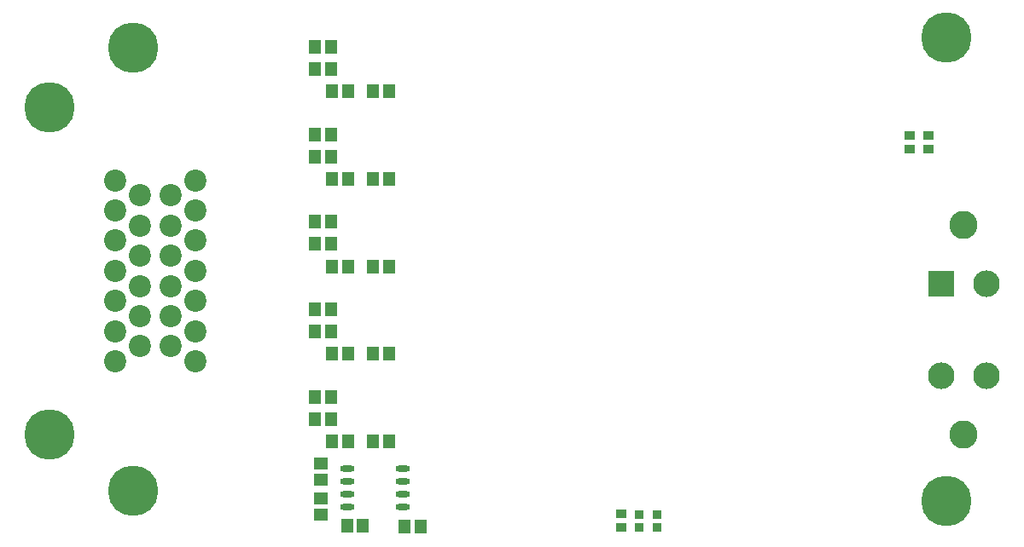
<source format=gbr>
%TF.GenerationSoftware,Altium Limited,Altium Designer,18.1.9 (240)*%
G04 Layer_Color=255*
%FSLAX26Y26*%
%MOIN*%
%TF.FileFunction,Pads,Bot*%
%TF.Part,Single*%
G01*
G75*
%TA.AperFunction,SMDPad,CuDef*%
%ADD12R,0.051181X0.055118*%
%ADD13R,0.039370X0.035433*%
%ADD27O,0.057087X0.023622*%
%ADD28R,0.055118X0.051181*%
%TA.AperFunction,ViaPad*%
%ADD42C,0.196850*%
%TA.AperFunction,ComponentPad*%
%ADD43C,0.103937*%
%ADD44C,0.110236*%
%ADD45R,0.103937X0.103937*%
%ADD46C,0.196850*%
%ADD47C,0.086614*%
%TA.AperFunction,SMDPad,CuDef*%
%ADD50R,0.037402X0.033465*%
D12*
X4125983Y5646005D02*
D03*
X4188975D02*
D03*
X4125983Y5559223D02*
D03*
X4188975D02*
D03*
X4194881Y5472441D02*
D03*
X4257873D02*
D03*
X4125983Y5303485D02*
D03*
X4188975D02*
D03*
X4125983Y5216703D02*
D03*
X4188975D02*
D03*
X4194883Y5129921D02*
D03*
X4257875D02*
D03*
X4125983Y4960966D02*
D03*
X4188977D02*
D03*
X4125985Y4874184D02*
D03*
X4188977D02*
D03*
X4314961Y4456693D02*
D03*
X4251968D02*
D03*
X4194881Y4787401D02*
D03*
X4257873D02*
D03*
X4539370Y4452756D02*
D03*
X4476378D02*
D03*
X4352363Y4787401D02*
D03*
X4415355D02*
D03*
X4352363Y5129921D02*
D03*
X4415355D02*
D03*
X4352363Y5472439D02*
D03*
X4415355D02*
D03*
X4125985Y5901743D02*
D03*
X4188977D02*
D03*
X4125985Y5988525D02*
D03*
X4188977D02*
D03*
X4194881Y5814961D02*
D03*
X4257873D02*
D03*
X4352363D02*
D03*
X4415355D02*
D03*
X4125983Y6244260D02*
D03*
X4188977D02*
D03*
X4194881Y6157478D02*
D03*
X4257875D02*
D03*
X4125983Y6331042D02*
D03*
X4188975D02*
D03*
X4352361Y6157478D02*
D03*
X4415353D02*
D03*
D13*
X6448819Y5983268D02*
D03*
Y5930118D02*
D03*
X6523621Y5983269D02*
D03*
Y5930118D02*
D03*
X5322834Y4449803D02*
D03*
Y4502953D02*
D03*
D27*
X4469488Y4681298D02*
D03*
Y4631298D02*
D03*
Y4581298D02*
D03*
Y4531298D02*
D03*
X4254922Y4681298D02*
D03*
Y4631298D02*
D03*
Y4581298D02*
D03*
Y4531298D02*
D03*
D28*
X4149606Y4500000D02*
D03*
Y4562992D02*
D03*
X4149607Y4637796D02*
D03*
Y4700788D02*
D03*
D42*
X6594488Y6366142D02*
D03*
Y4555118D02*
D03*
X3417323Y4594488D02*
D03*
Y6326772D02*
D03*
D43*
X6749094Y5404567D02*
D03*
Y5045512D02*
D03*
X6573897D02*
D03*
D44*
X6661417Y5635039D02*
D03*
Y4814961D02*
D03*
D45*
X6573897Y5404567D02*
D03*
D46*
X3090551Y4814961D02*
D03*
Y6094488D02*
D03*
D47*
X3346457Y5809055D02*
D03*
Y5690945D02*
D03*
Y5572835D02*
D03*
Y5454724D02*
D03*
Y5336614D02*
D03*
Y5218504D02*
D03*
Y5100394D02*
D03*
X3444882Y5750000D02*
D03*
Y5631890D02*
D03*
Y5513779D02*
D03*
Y5395669D02*
D03*
Y5277559D02*
D03*
Y5159449D02*
D03*
X3562992Y5750000D02*
D03*
Y5631890D02*
D03*
Y5513779D02*
D03*
Y5395669D02*
D03*
Y5277559D02*
D03*
Y5159449D02*
D03*
X3661417Y5809055D02*
D03*
Y5690945D02*
D03*
Y5572835D02*
D03*
Y5454724D02*
D03*
Y5336614D02*
D03*
Y5218504D02*
D03*
Y5100394D02*
D03*
D50*
X5393701Y4450788D02*
D03*
Y4501968D02*
D03*
X5464566Y4501969D02*
D03*
Y4450787D02*
D03*
%TF.MD5,de3dc39c7f75be9452323f2eca7e0186*%
M02*

</source>
